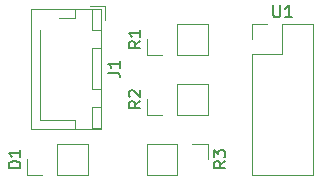
<source format=gbr>
%TF.GenerationSoftware,KiCad,Pcbnew,7.0.1*%
%TF.CreationDate,2025-05-23T00:35:03+09:00*%
%TF.ProjectId,independent_steering,696e6465-7065-46e6-9465-6e745f737465,rev?*%
%TF.SameCoordinates,Original*%
%TF.FileFunction,Legend,Top*%
%TF.FilePolarity,Positive*%
%FSLAX46Y46*%
G04 Gerber Fmt 4.6, Leading zero omitted, Abs format (unit mm)*
G04 Created by KiCad (PCBNEW 7.0.1) date 2025-05-23 00:35:03*
%MOMM*%
%LPD*%
G01*
G04 APERTURE LIST*
%ADD10C,0.150000*%
%ADD11C,0.120000*%
G04 APERTURE END LIST*
D10*
%TO.C,J1*%
X127472619Y-89193333D02*
X128186904Y-89193333D01*
X128186904Y-89193333D02*
X128329761Y-89240952D01*
X128329761Y-89240952D02*
X128425000Y-89336190D01*
X128425000Y-89336190D02*
X128472619Y-89479047D01*
X128472619Y-89479047D02*
X128472619Y-89574285D01*
X128472619Y-88193333D02*
X128472619Y-88764761D01*
X128472619Y-88479047D02*
X127472619Y-88479047D01*
X127472619Y-88479047D02*
X127615476Y-88574285D01*
X127615476Y-88574285D02*
X127710714Y-88669523D01*
X127710714Y-88669523D02*
X127758333Y-88764761D01*
%TO.C,R3*%
X137412619Y-96686666D02*
X136936428Y-97019999D01*
X137412619Y-97258094D02*
X136412619Y-97258094D01*
X136412619Y-97258094D02*
X136412619Y-96877142D01*
X136412619Y-96877142D02*
X136460238Y-96781904D01*
X136460238Y-96781904D02*
X136507857Y-96734285D01*
X136507857Y-96734285D02*
X136603095Y-96686666D01*
X136603095Y-96686666D02*
X136745952Y-96686666D01*
X136745952Y-96686666D02*
X136841190Y-96734285D01*
X136841190Y-96734285D02*
X136888809Y-96781904D01*
X136888809Y-96781904D02*
X136936428Y-96877142D01*
X136936428Y-96877142D02*
X136936428Y-97258094D01*
X136412619Y-96353332D02*
X136412619Y-95734285D01*
X136412619Y-95734285D02*
X136793571Y-96067618D01*
X136793571Y-96067618D02*
X136793571Y-95924761D01*
X136793571Y-95924761D02*
X136841190Y-95829523D01*
X136841190Y-95829523D02*
X136888809Y-95781904D01*
X136888809Y-95781904D02*
X136984047Y-95734285D01*
X136984047Y-95734285D02*
X137222142Y-95734285D01*
X137222142Y-95734285D02*
X137317380Y-95781904D01*
X137317380Y-95781904D02*
X137365000Y-95829523D01*
X137365000Y-95829523D02*
X137412619Y-95924761D01*
X137412619Y-95924761D02*
X137412619Y-96210475D01*
X137412619Y-96210475D02*
X137365000Y-96305713D01*
X137365000Y-96305713D02*
X137317380Y-96353332D01*
%TO.C,R2*%
X130212619Y-91606666D02*
X129736428Y-91939999D01*
X130212619Y-92178094D02*
X129212619Y-92178094D01*
X129212619Y-92178094D02*
X129212619Y-91797142D01*
X129212619Y-91797142D02*
X129260238Y-91701904D01*
X129260238Y-91701904D02*
X129307857Y-91654285D01*
X129307857Y-91654285D02*
X129403095Y-91606666D01*
X129403095Y-91606666D02*
X129545952Y-91606666D01*
X129545952Y-91606666D02*
X129641190Y-91654285D01*
X129641190Y-91654285D02*
X129688809Y-91701904D01*
X129688809Y-91701904D02*
X129736428Y-91797142D01*
X129736428Y-91797142D02*
X129736428Y-92178094D01*
X129307857Y-91225713D02*
X129260238Y-91178094D01*
X129260238Y-91178094D02*
X129212619Y-91082856D01*
X129212619Y-91082856D02*
X129212619Y-90844761D01*
X129212619Y-90844761D02*
X129260238Y-90749523D01*
X129260238Y-90749523D02*
X129307857Y-90701904D01*
X129307857Y-90701904D02*
X129403095Y-90654285D01*
X129403095Y-90654285D02*
X129498333Y-90654285D01*
X129498333Y-90654285D02*
X129641190Y-90701904D01*
X129641190Y-90701904D02*
X130212619Y-91273332D01*
X130212619Y-91273332D02*
X130212619Y-90654285D01*
%TO.C,R1*%
X130212619Y-86526666D02*
X129736428Y-86859999D01*
X130212619Y-87098094D02*
X129212619Y-87098094D01*
X129212619Y-87098094D02*
X129212619Y-86717142D01*
X129212619Y-86717142D02*
X129260238Y-86621904D01*
X129260238Y-86621904D02*
X129307857Y-86574285D01*
X129307857Y-86574285D02*
X129403095Y-86526666D01*
X129403095Y-86526666D02*
X129545952Y-86526666D01*
X129545952Y-86526666D02*
X129641190Y-86574285D01*
X129641190Y-86574285D02*
X129688809Y-86621904D01*
X129688809Y-86621904D02*
X129736428Y-86717142D01*
X129736428Y-86717142D02*
X129736428Y-87098094D01*
X130212619Y-85574285D02*
X130212619Y-86145713D01*
X130212619Y-85859999D02*
X129212619Y-85859999D01*
X129212619Y-85859999D02*
X129355476Y-85955237D01*
X129355476Y-85955237D02*
X129450714Y-86050475D01*
X129450714Y-86050475D02*
X129498333Y-86145713D01*
%TO.C,D1*%
X120052619Y-97258094D02*
X119052619Y-97258094D01*
X119052619Y-97258094D02*
X119052619Y-97019999D01*
X119052619Y-97019999D02*
X119100238Y-96877142D01*
X119100238Y-96877142D02*
X119195476Y-96781904D01*
X119195476Y-96781904D02*
X119290714Y-96734285D01*
X119290714Y-96734285D02*
X119481190Y-96686666D01*
X119481190Y-96686666D02*
X119624047Y-96686666D01*
X119624047Y-96686666D02*
X119814523Y-96734285D01*
X119814523Y-96734285D02*
X119909761Y-96781904D01*
X119909761Y-96781904D02*
X120005000Y-96877142D01*
X120005000Y-96877142D02*
X120052619Y-97019999D01*
X120052619Y-97019999D02*
X120052619Y-97258094D01*
X120052619Y-95734285D02*
X120052619Y-96305713D01*
X120052619Y-96019999D02*
X119052619Y-96019999D01*
X119052619Y-96019999D02*
X119195476Y-96115237D01*
X119195476Y-96115237D02*
X119290714Y-96210475D01*
X119290714Y-96210475D02*
X119338333Y-96305713D01*
%TO.C,U1*%
X141473095Y-83497619D02*
X141473095Y-84307142D01*
X141473095Y-84307142D02*
X141520714Y-84402380D01*
X141520714Y-84402380D02*
X141568333Y-84450000D01*
X141568333Y-84450000D02*
X141663571Y-84497619D01*
X141663571Y-84497619D02*
X141854047Y-84497619D01*
X141854047Y-84497619D02*
X141949285Y-84450000D01*
X141949285Y-84450000D02*
X141996904Y-84402380D01*
X141996904Y-84402380D02*
X142044523Y-84307142D01*
X142044523Y-84307142D02*
X142044523Y-83497619D01*
X143044523Y-84497619D02*
X142473095Y-84497619D01*
X142758809Y-84497619D02*
X142758809Y-83497619D01*
X142758809Y-83497619D02*
X142663571Y-83640476D01*
X142663571Y-83640476D02*
X142568333Y-83735714D01*
X142568333Y-83735714D02*
X142473095Y-83783333D01*
D11*
%TO.C,J1*%
X124660000Y-93160000D02*
X121710000Y-93160000D01*
X126920000Y-93920000D02*
X126920000Y-83800000D01*
X126910000Y-83810000D02*
X126160000Y-83810000D01*
X126910000Y-93910000D02*
X126910000Y-92110000D01*
X124660000Y-93910000D02*
X124660000Y-93160000D01*
X121710000Y-93160000D02*
X121710000Y-88860000D01*
X127210000Y-83510000D02*
X125960000Y-83510000D01*
X121710000Y-88860000D02*
X121710000Y-85620000D01*
X124660000Y-84560000D02*
X123320000Y-84560000D01*
X126160000Y-90610000D02*
X126910000Y-90610000D01*
X120950000Y-83800000D02*
X120950000Y-93920000D01*
X120950000Y-93920000D02*
X126920000Y-93920000D01*
X126160000Y-92110000D02*
X126160000Y-93910000D01*
X126920000Y-83800000D02*
X120950000Y-83800000D01*
X126160000Y-83810000D02*
X126160000Y-85610000D01*
X124660000Y-83810000D02*
X124660000Y-84560000D01*
X126160000Y-93910000D02*
X126910000Y-93910000D01*
X127210000Y-84760000D02*
X127210000Y-83510000D01*
X126910000Y-90610000D02*
X126910000Y-87110000D01*
X126160000Y-87110000D02*
X126160000Y-90610000D01*
X126160000Y-85610000D02*
X126910000Y-85610000D01*
X126910000Y-85610000D02*
X126910000Y-83810000D01*
X126910000Y-87110000D02*
X126160000Y-87110000D01*
X126910000Y-92110000D02*
X126160000Y-92110000D01*
%TO.C,R3*%
X134620000Y-95190000D02*
X135950000Y-95190000D01*
X130750000Y-95190000D02*
X130750000Y-97850000D01*
X133350000Y-95190000D02*
X130750000Y-95190000D01*
X133350000Y-95190000D02*
X133350000Y-97850000D01*
X135950000Y-95190000D02*
X135950000Y-96520000D01*
X133350000Y-97850000D02*
X130750000Y-97850000D01*
%TO.C,R2*%
X132080000Y-92770000D02*
X130750000Y-92770000D01*
X135950000Y-92770000D02*
X135950000Y-90110000D01*
X133350000Y-92770000D02*
X135950000Y-92770000D01*
X133350000Y-92770000D02*
X133350000Y-90110000D01*
X130750000Y-92770000D02*
X130750000Y-91440000D01*
X133350000Y-90110000D02*
X135950000Y-90110000D01*
%TO.C,R1*%
X132080000Y-87690000D02*
X130750000Y-87690000D01*
X135950000Y-87690000D02*
X135950000Y-85030000D01*
X133350000Y-87690000D02*
X135950000Y-87690000D01*
X133350000Y-87690000D02*
X133350000Y-85030000D01*
X130750000Y-87690000D02*
X130750000Y-86360000D01*
X133350000Y-85030000D02*
X135950000Y-85030000D01*
%TO.C,D1*%
X121920000Y-97850000D02*
X120590000Y-97850000D01*
X125790000Y-97850000D02*
X125790000Y-95190000D01*
X123190000Y-97850000D02*
X125790000Y-97850000D01*
X123190000Y-97850000D02*
X123190000Y-95190000D01*
X120590000Y-97850000D02*
X120590000Y-96520000D01*
X123190000Y-95190000D02*
X125790000Y-95190000D01*
%TO.C,U1*%
X144835000Y-85035000D02*
X144835000Y-97855000D01*
X139635000Y-97855000D02*
X144835000Y-97855000D01*
X142235000Y-87635000D02*
X142235000Y-85035000D01*
X139635000Y-85035000D02*
X140965000Y-85035000D01*
X139635000Y-87635000D02*
X142235000Y-87635000D01*
X142235000Y-85035000D02*
X144835000Y-85035000D01*
X139635000Y-87635000D02*
X139635000Y-97855000D01*
X139635000Y-86365000D02*
X139635000Y-85035000D01*
%TD*%
M02*

</source>
